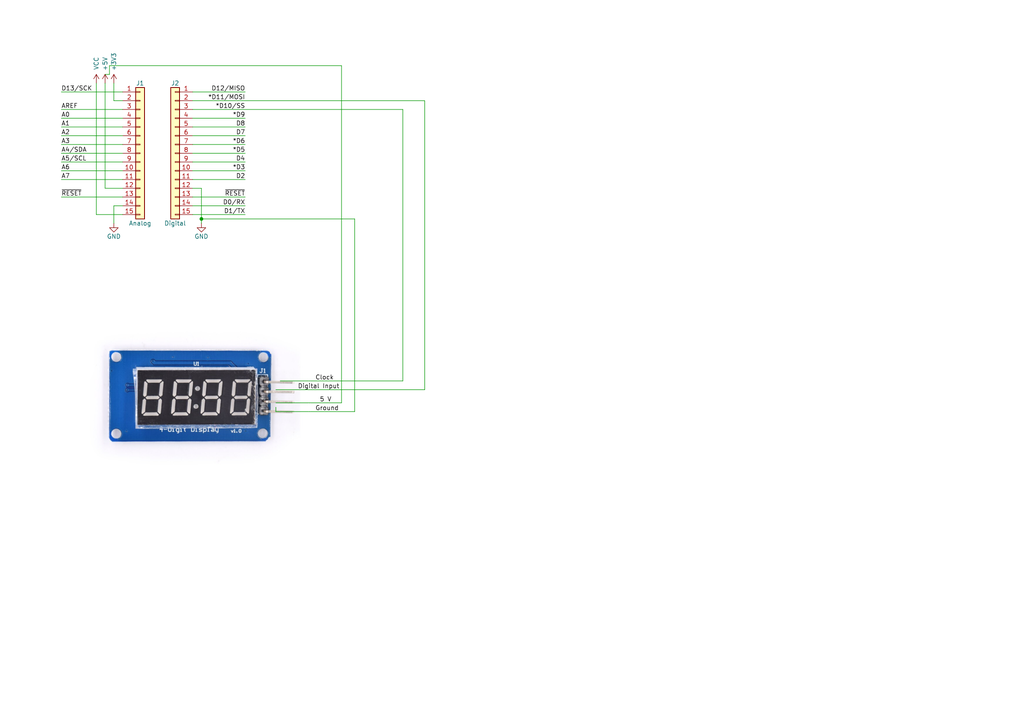
<source format=kicad_sch>
(kicad_sch (version 20211123) (generator eeschema)
  (paper "A4")
  (title_block (date "sam. 04 avril 2015"))
  (lib_symbols
    (symbol "Connector_Generic:Conn_01x15" (pin_names (offset 1.016) hide)
      (property "Reference" "J" (at 0 20.32 0))
      (property "Value" "Conn_01x15" (at 0 -20.32 0))
      (symbol "Conn_01x15_1_1"
        (rectangle (start -1.27 -17.653) (end 0 -17.907) (stroke (width 0.1524)))
        (rectangle (start -1.27 -15.113) (end 0 -15.367) (stroke (width 0.1524)))
        (rectangle (start -1.27 -12.573) (end 0 -12.827) (stroke (width 0.1524)))
        (rectangle (start -1.27 -10.033) (end 0 -10.287) (stroke (width 0.1524)))
        (rectangle (start -1.27 -7.493) (end 0 -7.747) (stroke (width 0.1524)))
        (rectangle (start -1.27 -4.953) (end 0 -5.207) (stroke (width 0.1524)))
        (rectangle (start -1.27 -2.413) (end 0 -2.667) (stroke (width 0.1524)))
        (rectangle (start -1.27 0.127) (end 0 -0.127) (stroke (width 0.1524)))
        (rectangle (start -1.27 2.667) (end 0 2.413) (stroke (width 0.1524)))
        (rectangle (start -1.27 5.207) (end 0 4.953) (stroke (width 0.1524)))
        (rectangle (start -1.27 7.747) (end 0 7.493) (stroke (width 0.1524)))
        (rectangle (start -1.27 10.287) (end 0 10.033) (stroke (width 0.1524)))
        (rectangle (start -1.27 12.827) (end 0 12.573) (stroke (width 0.1524)))
        (rectangle (start -1.27 15.367) (end 0 15.113) (stroke (width 0.1524)))
        (rectangle (start -1.27 17.907) (end 0 17.653) (stroke (width 0.1524)))
        (rectangle (start -1.27 19.05) (end 1.27 -19.05) (stroke (width 0.254)) (fill (type background)))
        (pin passive line (at -5.08 17.78 0) (length 3.81) (name "Pin_1") (number "1"))
        (pin passive line (at -5.08 -5.08 0) (length 3.81) (name "Pin_10") (number "10"))
        (pin passive line (at -5.08 -7.62 0) (length 3.81) (name "Pin_11") (number "11"))
        (pin passive line (at -5.08 -10.16 0) (length 3.81) (name "Pin_12") (number "12"))
        (pin passive line (at -5.08 -12.7 0) (length 3.81) (name "Pin_13") (number "13"))
        (pin passive line (at -5.08 -15.24 0) (length 3.81) (name "Pin_14") (number "14"))
        (pin passive line (at -5.08 -17.78 0) (length 3.81) (name "Pin_15") (number "15"))
        (pin passive line (at -5.08 15.24 0) (length 3.81) (name "Pin_2") (number "2"))
        (pin passive line (at -5.08 12.7 0) (length 3.81) (name "Pin_3") (number "3"))
        (pin passive line (at -5.08 10.16 0) (length 3.81) (name "Pin_4") (number "4"))
        (pin passive line (at -5.08 7.62 0) (length 3.81) (name "Pin_5") (number "5"))
        (pin passive line (at -5.08 5.08 0) (length 3.81) (name "Pin_6") (number "6"))
        (pin passive line (at -5.08 2.54 0) (length 3.81) (name "Pin_7") (number "7"))
        (pin passive line (at -5.08 0 0) (length 3.81) (name "Pin_8") (number "8"))
        (pin passive line (at -5.08 -2.54 0) (length 3.81) (name "Pin_9") (number "9"))
      )
    )
    (symbol "power:+3.3V" (power) (pin_names (offset 0))
      (property "Value" "+3.3V" (at 0 3.556 0))
      (symbol "+3.3V_0_1"
        (polyline (pts (xy -0.762 1.27) (xy 0 2.54)))
        (polyline (pts (xy 0 0) (xy 0 2.54)))
        (polyline (pts (xy 0 2.54) (xy 0.762 1.27)))
      )
      (symbol "+3.3V_1_1"
        (pin power_in line (at 0 0 90) (length 0) hide (name "+3V3") (number "1"))
      )
    )
    (symbol "power:+5V" (power) (pin_names (offset 0))
      (property "Value" "+5V" (at 0 3.556 0))
      (symbol "+5V_0_1"
        (polyline (pts (xy -0.762 1.27) (xy 0 2.54)))
        (polyline (pts (xy 0 0) (xy 0 2.54)))
        (polyline (pts (xy 0 2.54) (xy 0.762 1.27)))
      )
      (symbol "+5V_1_1"
        (pin power_in line (at 0 0 90) (length 0) hide (name "+5V") (number "1"))
      )
    )
    (symbol "power:GND" (power) (pin_names (offset 0))
      (property "Value" "GND" (at 0 -3.81 0))
      (symbol "GND_0_1"
        (polyline (pts (xy 0 0) (xy 0 -1.27) (xy 1.27 -1.27) (xy 0 -2.54) (xy -1.27 -1.27) (xy 0 -1.27)))
      )
      (symbol "GND_1_1"
        (pin power_in line (at 0 0 270) (length 0) hide (name "GND") (number "1"))
      )
    )
    (symbol "power:VCC" (power) (pin_names (offset 0))
      (property "Value" "VCC" (at 0 3.81 0))
      (symbol "VCC_0_1"
        (polyline (pts (xy -0.762 1.27) (xy 0 2.54)))
        (polyline (pts (xy 0 0) (xy 0 2.54)))
        (polyline (pts (xy 0 2.54) (xy 0.762 1.27)))
      )
      (symbol "VCC_1_1"
        (pin power_in line (at 0 0 90) (length 0) hide (name "VCC") (number "1"))
      )
    )
  )
  (junction (at 58.42 63.5))
  (wire (pts (xy 55.88 59.69) (xy 71.12 59.69)))
  (wire (pts (xy 35.56 29.21) (xy 33.02 29.21)))
  (wire (pts (xy 17.78 39.37) (xy 35.56 39.37)))
  (wire (pts (xy 123.19 29.21) (xy 123.19 113.03)))
  (wire (pts (xy 17.78 44.45) (xy 35.56 44.45)))
  (wire (pts (xy 30.48 24.13) (xy 30.48 54.61)))
  (wire (pts (xy 35.56 54.61) (xy 30.48 54.61)))
  (wire (pts (xy 30.48 21.59) (xy 31.75 21.59)))
  (wire (pts (xy 17.78 41.91) (xy 35.56 41.91)))
  (wire (pts (xy 81.28 110.49) (xy 116.84 110.49)))
  (wire (pts (xy 116.84 31.75) (xy 116.84 110.49)))
  (wire (pts (xy 55.88 36.83) (xy 71.12 36.83)))
  (wire (pts (xy 55.88 39.37) (xy 71.12 39.37)))
  (wire (pts (xy 58.42 63.5) (xy 58.42 64.77)))
  (wire (pts (xy 80.01 119.38) (xy 80.01 118.11)))
  (wire (pts (xy 99.06 19.05) (xy 99.06 116.84)))
  (wire (pts (xy 55.88 52.07) (xy 71.12 52.07)))
  (wire (pts (xy 17.78 31.75) (xy 35.56 31.75)))
  (wire (pts (xy 55.88 44.45) (xy 71.12 44.45)))
  (wire (pts (xy 33.02 24.13) (xy 33.02 29.21)))
  (wire (pts (xy 55.88 54.61) (xy 58.42 54.61)))
  (wire (pts (xy 102.87 119.38) (xy 80.01 119.38)))
  (wire (pts (xy 55.88 26.67) (xy 71.12 26.67)))
  (wire (pts (xy 27.94 24.13) (xy 27.94 62.23)))
  (wire (pts (xy 35.56 62.23) (xy 27.94 62.23)))
  (wire (pts (xy 17.78 57.15) (xy 35.56 57.15)))
  (wire (pts (xy 55.88 41.91) (xy 71.12 41.91)))
  (wire (pts (xy 55.88 46.99) (xy 71.12 46.99)))
  (wire (pts (xy 31.75 19.05) (xy 99.06 19.05)))
  (wire (pts (xy 17.78 34.29) (xy 35.56 34.29)))
  (wire (pts (xy 17.78 26.67) (xy 35.56 26.67)))
  (wire (pts (xy 55.88 49.53) (xy 71.12 49.53)))
  (wire (pts (xy 55.88 29.21) (xy 123.19 29.21)))
  (wire (pts (xy 17.78 52.07) (xy 35.56 52.07)))
  (wire (pts (xy 17.78 46.99) (xy 35.56 46.99)))
  (wire (pts (xy 55.88 34.29) (xy 71.12 34.29)))
  (wire (pts (xy 55.88 57.15) (xy 71.12 57.15)))
  (wire (pts (xy 58.42 63.5) (xy 102.87 63.5)))
  (wire (pts (xy 58.42 54.61) (xy 58.42 63.5)))
  (wire (pts (xy 80.01 113.03) (xy 123.19 113.03)))
  (wire (pts (xy 55.88 62.23) (xy 71.12 62.23)))
  (wire (pts (xy 102.87 63.5) (xy 102.87 119.38)))
  (wire (pts (xy 17.78 49.53) (xy 35.56 49.53)))
  (wire (pts (xy 31.75 21.59) (xy 31.75 19.05)))
  (wire (pts (xy 55.88 31.75) (xy 116.84 31.75)))
  (wire (pts (xy 33.02 59.69) (xy 33.02 64.77)))
  (wire (pts (xy 35.56 59.69) (xy 33.02 59.69)))
  (wire (pts (xy 80.01 116.84) (xy 99.06 116.84)))
  (wire (pts (xy 17.78 36.83) (xy 35.56 36.83)))
  (image (at 55.88 116.84))
  (label "D4" (at 71.12 46.99 180))
  (label "*D5" (at 71.12 44.45 180))
  (label "A2" (at 17.78 39.37 0))
  (label "D7" (at 71.12 39.37 180))
  (label "Digital Input" (at 86.36 113.03 0))
  (label "D13{slash}SCK" (at 17.78 26.67 0))
  (label "A7" (at 17.78 52.07 0))
  (label "*D6" (at 71.12 41.91 180))
  (label "Clock" (at 91.44 110.49 0))
  (label "*D11{slash}MOSI" (at 71.12 29.21 180))
  (label "A1" (at 17.78 36.83 0))
  (label "A4{slash}SDA" (at 17.78 44.45 0))
  (label "A5{slash}SCL" (at 17.78 46.99 0))
  (label "A3" (at 17.78 41.91 0))
  (label "~{RESET}" (at 71.12 57.15 180))
  (label "~{RESET}" (at 17.78 57.15 0))
  (label "A6" (at 17.78 49.53 0))
  (label "A0" (at 17.78 34.29 0))
  (label "*D9" (at 71.12 34.29 180))
  (label "5 V" (at 92.71 116.84 0))
  (label "*D3" (at 71.12 49.53 180))
  (label "Ground" (at 91.44 119.38 0))
  (label "D2" (at 71.12 52.07 180))
  (label "D8" (at 71.12 36.83 180))
  (label "D1{slash}TX" (at 71.12 62.23 180))
  (label "D0{slash}RX" (at 71.12 59.69 180))
  (label "AREF" (at 17.78 31.75 0))
  (label "*D10{slash}SS" (at 71.12 31.75 180))
  (label "D12{slash}MISO" (at 71.12 26.67 180))
  (symbol (lib_id "Connector_Generic:Conn_01x15") (at 40.64 44.45 0) (unit 1)
    (property "Reference" "J1" (at 40.64 24.13 0))
    (property "Value" "Analog" (at 40.64 64.77 0))
    (property "Footprint" "Connector_PinHeader_2.54mm:PinHeader_1x15_P2.54mm_Vertical" (effects hide))
  )
  (symbol (lib_id "Connector_Generic:Conn_01x15") (at 50.8 44.45 0) (mirror y) (unit 1)
    (property "Reference" "J2" (at 50.8 24.13 0))
    (property "Value" "Digital" (at 50.8 64.77 0))
    (property "Footprint" "Connector_PinHeader_2.54mm:PinHeader_1x15_P2.54mm_Vertical" (effects hide))
  )
  (symbol (lib_id "power:+5V") (at 30.48 24.13 0) (unit 1)
    (property "Reference" "#PWR0103" (effects hide))
    (property "Value" "+5V" (at 30.48 20.574 90) (effects (justify left)))
  )
  (symbol (lib_id "power:+3.3V") (at 33.02 24.13 0) (unit 1)
    (property "Reference" "#PWR0102" (effects hide))
    (property "Value" "+3.3V" (at 33.02 20.574 90) (effects (justify left)))
  )
  (symbol (lib_id "power:VCC") (at 27.94 24.13 0) (unit 1)
    (property "Reference" "#PWR0101" (effects hide))
    (property "Value" "VCC" (at 27.94 20.32 90) (effects (justify left)))
  )
  (symbol (lib_id "power:GND") (at 58.42 64.77 0) (unit 1)
    (property "Reference" "#PWR0105" (effects hide))
    (property "Value" "GND" (at 58.42 68.58 0))
  )
  (symbol (lib_id "power:GND") (at 33.02 64.77 0) (unit 1)
    (property "Reference" "#PWR0104" (effects hide))
    (property "Value" "GND" (at 33.02 68.58 0))
  )
)
</source>
